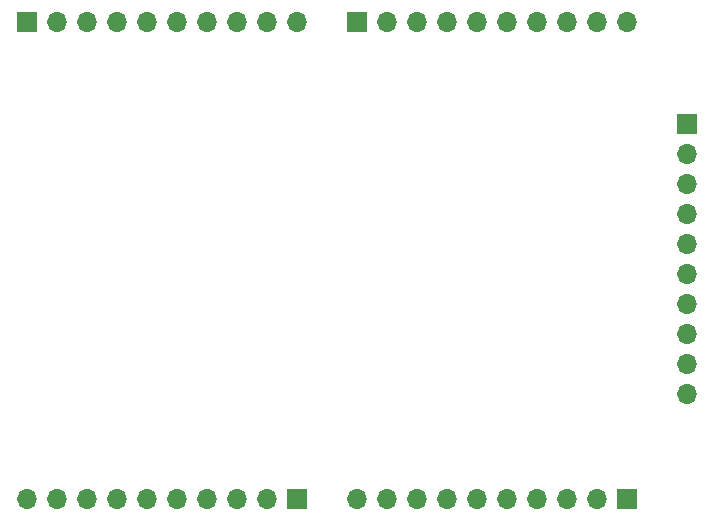
<source format=gbr>
%TF.GenerationSoftware,KiCad,Pcbnew,(5.1.6)-1*%
%TF.CreationDate,2020-12-27T15:21:12+01:00*%
%TF.ProjectId,XY_ADAPTER_FPC50,58595f41-4441-4505-9445-525f46504335,rev?*%
%TF.SameCoordinates,Original*%
%TF.FileFunction,Copper,L2,Bot*%
%TF.FilePolarity,Positive*%
%FSLAX46Y46*%
G04 Gerber Fmt 4.6, Leading zero omitted, Abs format (unit mm)*
G04 Created by KiCad (PCBNEW (5.1.6)-1) date 2020-12-27 15:21:12*
%MOMM*%
%LPD*%
G01*
G04 APERTURE LIST*
%TA.AperFunction,ComponentPad*%
%ADD10O,1.700000X1.700000*%
%TD*%
%TA.AperFunction,ComponentPad*%
%ADD11R,1.700000X1.700000*%
%TD*%
G04 APERTURE END LIST*
D10*
%TO.P,J6,10*%
%TO.N,Net-(J1-Pad50)*%
X74600000Y-120320000D03*
%TO.P,J6,9*%
%TO.N,Net-(J1-Pad49)*%
X77140000Y-120320000D03*
%TO.P,J6,8*%
%TO.N,Net-(J1-Pad48)*%
X79680000Y-120320000D03*
%TO.P,J6,7*%
%TO.N,Net-(J1-Pad47)*%
X82220000Y-120320000D03*
%TO.P,J6,6*%
%TO.N,Net-(J1-Pad46)*%
X84760000Y-120320000D03*
%TO.P,J6,5*%
%TO.N,Net-(J1-Pad45)*%
X87300000Y-120320000D03*
%TO.P,J6,4*%
%TO.N,Net-(J1-Pad44)*%
X89840000Y-120320000D03*
%TO.P,J6,3*%
%TO.N,Net-(J1-Pad43)*%
X92380000Y-120320000D03*
%TO.P,J6,2*%
%TO.N,Net-(J1-Pad42)*%
X94920000Y-120320000D03*
D11*
%TO.P,J6,1*%
%TO.N,Net-(J1-Pad41)*%
X97460000Y-120320000D03*
%TD*%
D10*
%TO.P,J5,10*%
%TO.N,Net-(J1-Pad40)*%
X102540000Y-120320000D03*
%TO.P,J5,9*%
%TO.N,Net-(J1-Pad39)*%
X105080000Y-120320000D03*
%TO.P,J5,8*%
%TO.N,Net-(J1-Pad38)*%
X107620000Y-120320000D03*
%TO.P,J5,7*%
%TO.N,Net-(J1-Pad37)*%
X110160000Y-120320000D03*
%TO.P,J5,6*%
%TO.N,Net-(J1-Pad36)*%
X112700000Y-120320000D03*
%TO.P,J5,5*%
%TO.N,Net-(J1-Pad35)*%
X115240000Y-120320000D03*
%TO.P,J5,4*%
%TO.N,Net-(J1-Pad34)*%
X117780000Y-120320000D03*
%TO.P,J5,3*%
%TO.N,Net-(J1-Pad33)*%
X120320000Y-120320000D03*
%TO.P,J5,2*%
%TO.N,Net-(J1-Pad32)*%
X122860000Y-120320000D03*
D11*
%TO.P,J5,1*%
%TO.N,Net-(J1-Pad31)*%
X125400000Y-120320000D03*
%TD*%
D10*
%TO.P,J4,10*%
%TO.N,Net-(J1-Pad30)*%
X130480000Y-111430000D03*
%TO.P,J4,9*%
%TO.N,Net-(J1-Pad29)*%
X130480000Y-108890000D03*
%TO.P,J4,8*%
%TO.N,Net-(J1-Pad28)*%
X130480000Y-106350000D03*
%TO.P,J4,7*%
%TO.N,Net-(J1-Pad27)*%
X130480000Y-103810000D03*
%TO.P,J4,6*%
%TO.N,Net-(J1-Pad26)*%
X130480000Y-101270000D03*
%TO.P,J4,5*%
%TO.N,Net-(J1-Pad25)*%
X130480000Y-98730000D03*
%TO.P,J4,4*%
%TO.N,Net-(J1-Pad24)*%
X130480000Y-96190000D03*
%TO.P,J4,3*%
%TO.N,Net-(J1-Pad23)*%
X130480000Y-93650000D03*
%TO.P,J4,2*%
%TO.N,Net-(J1-Pad22)*%
X130480000Y-91110000D03*
D11*
%TO.P,J4,1*%
%TO.N,Net-(J1-Pad21)*%
X130480000Y-88570000D03*
%TD*%
D10*
%TO.P,J3,10*%
%TO.N,Net-(J1-Pad20)*%
X125400000Y-79960000D03*
%TO.P,J3,9*%
%TO.N,Net-(J1-Pad19)*%
X122860000Y-79960000D03*
%TO.P,J3,8*%
%TO.N,Net-(J1-Pad18)*%
X120320000Y-79960000D03*
%TO.P,J3,7*%
%TO.N,Net-(J1-Pad17)*%
X117780000Y-79960000D03*
%TO.P,J3,6*%
%TO.N,Net-(J1-Pad16)*%
X115240000Y-79960000D03*
%TO.P,J3,5*%
%TO.N,Net-(J1-Pad15)*%
X112700000Y-79960000D03*
%TO.P,J3,4*%
%TO.N,Net-(J1-Pad14)*%
X110160000Y-79960000D03*
%TO.P,J3,3*%
%TO.N,Net-(J1-Pad13)*%
X107620000Y-79960000D03*
%TO.P,J3,2*%
%TO.N,Net-(J1-Pad12)*%
X105080000Y-79960000D03*
D11*
%TO.P,J3,1*%
%TO.N,Net-(J1-Pad11)*%
X102540000Y-79960000D03*
%TD*%
D10*
%TO.P,J2,10*%
%TO.N,Net-(J1-Pad10)*%
X97460000Y-79960000D03*
%TO.P,J2,9*%
%TO.N,Net-(J1-Pad9)*%
X94920000Y-79960000D03*
%TO.P,J2,8*%
%TO.N,Net-(J1-Pad8)*%
X92380000Y-79960000D03*
%TO.P,J2,7*%
%TO.N,Net-(J1-Pad7)*%
X89840000Y-79960000D03*
%TO.P,J2,6*%
%TO.N,Net-(J1-Pad6)*%
X87300000Y-79960000D03*
%TO.P,J2,5*%
%TO.N,Net-(J1-Pad5)*%
X84760000Y-79960000D03*
%TO.P,J2,4*%
%TO.N,Net-(J1-Pad4)*%
X82220000Y-79960000D03*
%TO.P,J2,3*%
%TO.N,Net-(J1-Pad3)*%
X79680000Y-79960000D03*
%TO.P,J2,2*%
%TO.N,Net-(J1-Pad2)*%
X77140000Y-79960000D03*
D11*
%TO.P,J2,1*%
%TO.N,Net-(J1-Pad1)*%
X74600000Y-79960000D03*
%TD*%
M02*

</source>
